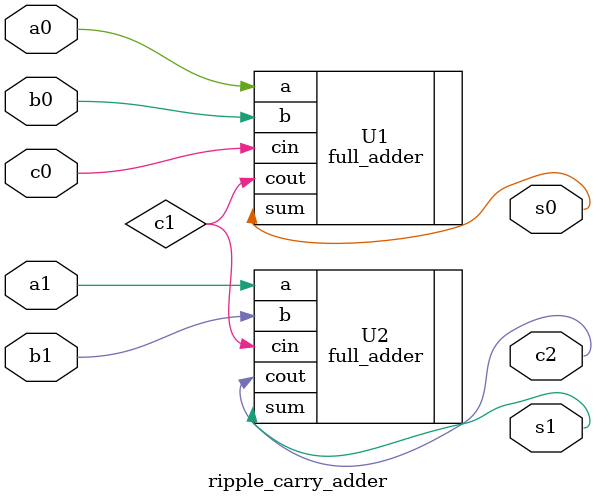
<source format=v>
`timescale 1ns / 1ps
module ripple_carry_adder(
    input a1,
    input a0,
    input b1,
    input b0,
    input c0,
    output c2,
    output s1,
    output s0
    );
	 wire c1;
	 full_adder U1(.cin(c0), .a(a0), .b(b0), .cout(c1), .sum(s0));
	 full_adder U2(.cin(c1), .a(a1), .b(b1), .cout(c2), .sum(s1));


endmodule

</source>
